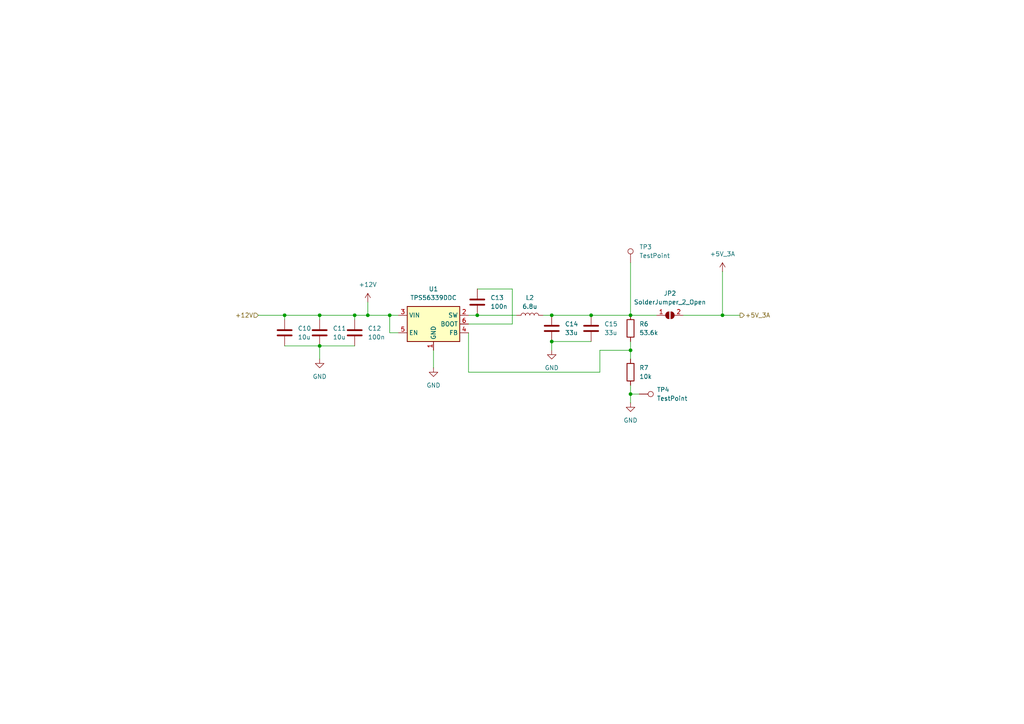
<source format=kicad_sch>
(kicad_sch (version 20231120) (generator "eeschema") (generator_version "8.0")
  (paper "A4")
  (lib_symbols
    (symbol "+12V_1" (power) (pin_numbers hide) (pin_names (offset 0) hide)
      (property "Value" "+12V" (at 0 3.556 0))
      (symbol "+12V_1_0_1"
        (polyline (pts (xy -0.762 1.27) (xy 0 2.54)))
        (polyline (pts (xy 0 0) (xy 0 2.54)))
        (polyline (pts (xy 0 2.54) (xy 0.762 1.27)))
      )
      (symbol "+12V_1_1_1"
        (pin power_in line (at 0 0 90) (length 0) (name "~") (number "1"))
      )
    )
    (symbol "Connector:TestPoint" (pin_numbers hide) (pin_names (offset 0.762) hide)
      (property "Reference" "TP" (at 0 6.858 0))
      (property "Value" "TestPoint" (at 0 5.08 0))
      (symbol "TestPoint_0_1"
        (circle (center 0 3.302) (radius 0.762))
      )
      (symbol "TestPoint_1_1"
        (pin passive line (at 0 0 90) (length 2.54) (name "1") (number "1"))
      )
    )
    (symbol "Device:C" (pin_numbers hide) (pin_names (offset 0.254))
      (property "Reference" "C" (at 0.635 2.54 0))
      (property "Value" "C" (at 0.635 -2.54 0))
      (symbol "C_0_1"
        (polyline (pts (xy -2.032 -0.762) (xy 2.032 -0.762)) (stroke (width 0.508)))
        (polyline (pts (xy -2.032 0.762) (xy 2.032 0.762)) (stroke (width 0.508)))
      )
      (symbol "C_1_1"
        (pin passive line (at 0 3.81 270) (length 2.794) (name "~") (number "1"))
        (pin passive line (at 0 -3.81 90) (length 2.794) (name "~") (number "2"))
      )
    )
    (symbol "Device:L" (pin_numbers hide) (pin_names (offset 1.016) hide)
      (property "Reference" "L" (at -1.27 0 90))
      (property "Value" "L" (at 1.905 0 90))
      (symbol "L_0_1"
        (arc (start 0 -2.54) (mid 0.6323 -1.905) (end 0 -1.27))
        (arc (start 0 -1.27) (mid 0.6323 -0.635) (end 0 0))
        (arc (start 0 0) (mid 0.6323 0.635) (end 0 1.27))
        (arc (start 0 1.27) (mid 0.6323 1.905) (end 0 2.54))
      )
      (symbol "L_1_1"
        (pin passive line (at 0 3.81 270) (length 1.27) (name "1") (number "1"))
        (pin passive line (at 0 -3.81 90) (length 1.27) (name "2") (number "2"))
      )
    )
    (symbol "Device:R" (pin_numbers hide) (pin_names (offset 0))
      (property "Reference" "R" (at 2.032 0 90))
      (property "Value" "R" (at 0 0 90))
      (symbol "R_0_1"
        (rectangle (start -1.016 -2.54) (end 1.016 2.54) (stroke (width 0.254)))
      )
      (symbol "R_1_1"
        (pin passive line (at 0 3.81 270) (length 1.27) (name "~") (number "1"))
        (pin passive line (at 0 -3.81 90) (length 1.27) (name "~") (number "2"))
      )
    )
    (symbol "GND_1" (power) (pin_numbers hide) (pin_names (offset 0) hide)
      (property "Value" "GND" (at 0 -3.81 0))
      (symbol "GND_1_0_1"
        (polyline (pts (xy 0 0) (xy 0 -1.27) (xy 1.27 -1.27) (xy 0 -2.54) (xy -1.27 -1.27) (xy 0 -1.27)))
      )
      (symbol "GND_1_1_1"
        (pin power_in line (at 0 0 270) (length 0) (name "~") (number "1"))
      )
    )
    (symbol "GND_3" (power) (pin_numbers hide) (pin_names (offset 0) hide)
      (property "Value" "GND" (at 0 -3.81 0))
      (symbol "GND_3_0_1"
        (polyline (pts (xy 0 0) (xy 0 -1.27) (xy 1.27 -1.27) (xy 0 -2.54) (xy -1.27 -1.27) (xy 0 -1.27)))
      )
      (symbol "GND_3_1_1"
        (pin power_in line (at 0 0 270) (length 0) (name "~") (number "1"))
      )
    )
    (symbol "Jumper:SolderJumper_2_Open" (pin_names (offset 0) hide)
      (property "Reference" "JP" (at 0 2.032 0))
      (property "Value" "SolderJumper_2_Open" (at 0 -2.54 0))
      (symbol "SolderJumper_2_Open_0_1"
        (arc (start -0.254 1.016) (mid -1.2656 0) (end -0.254 -1.016))
        (arc (start -0.254 1.016) (mid -1.2656 0) (end -0.254 -1.016) (fill (type outline)))
        (polyline (pts (xy -0.254 1.016) (xy -0.254 -1.016)))
        (polyline (pts (xy 0.254 1.016) (xy 0.254 -1.016)))
        (arc (start 0.254 -1.016) (mid 1.2656 0) (end 0.254 1.016))
        (arc (start 0.254 -1.016) (mid 1.2656 0) (end 0.254 1.016) (fill (type outline)))
      )
      (symbol "SolderJumper_2_Open_1_1"
        (pin passive line (at -3.81 0 0) (length 2.54) (name "A") (number "1"))
        (pin passive line (at 3.81 0 180) (length 2.54) (name "B") (number "2"))
      )
    )
    (symbol "Regulator_Switching:TPS56339DDC"
      (property "Reference" "U" (at -7.62 6.35 0))
      (property "Value" "TPS56339DDC" (at -2.54 6.35 0))
      (symbol "TPS56339DDC_0_1"
        (rectangle (start -7.62 5.08) (end 7.62 -5.08) (stroke (width 0.254)) (fill (type background)))
      )
      (symbol "TPS56339DDC_1_1"
        (pin power_in line (at 0 -7.62 90) (length 2.54) (name "GND") (number "1"))
        (pin power_out line (at 10.16 2.54 180) (length 2.54) (name "SW") (number "2"))
        (pin power_in line (at -10.16 2.54 0) (length 2.54) (name "VIN") (number "3"))
        (pin input line (at 10.16 -2.54 180) (length 2.54) (name "FB") (number "4"))
        (pin input line (at -10.16 -2.54 0) (length 2.54) (name "EN") (number "5"))
        (pin passive line (at 10.16 0 180) (length 2.54) (name "BOOT") (number "6"))
      )
    )
    (symbol "power:+5V" (power) (pin_numbers hide) (pin_names (offset 0) hide)
      (property "Value" "+5V" (at 0 3.556 0))
      (symbol "+5V_0_1"
        (polyline (pts (xy -0.762 1.27) (xy 0 2.54)))
        (polyline (pts (xy 0 0) (xy 0 2.54)))
        (polyline (pts (xy 0 2.54) (xy 0.762 1.27)))
      )
      (symbol "+5V_1_1"
        (pin power_in line (at 0 0 90) (length 0) (name "~") (number "1"))
      )
    )
  )
  (junction (at 82.55 91.44))
  (junction (at 209.55 91.44))
  (junction (at 102.87 91.44))
  (junction (at 160.02 99.06))
  (junction (at 182.88 114.3))
  (junction (at 138.43 91.44))
  (junction (at 182.88 101.6))
  (junction (at 171.45 91.44))
  (junction (at 113.03 91.44))
  (junction (at 106.68 91.44))
  (junction (at 182.88 91.44))
  (junction (at 92.71 91.44))
  (junction (at 92.71 100.33))
  (junction (at 160.02 91.44))
  (wire (pts (xy 106.68 91.44) (xy 113.03 91.44)))
  (wire (pts (xy 135.89 91.44) (xy 138.43 91.44)))
  (wire (pts (xy 113.03 91.44) (xy 115.57 91.44)))
  (wire (pts (xy 92.71 91.44) (xy 92.71 92.71)))
  (wire (pts (xy 182.88 111.76) (xy 182.88 114.3)))
  (wire (pts (xy 173.99 107.95) (xy 173.99 101.6)))
  (wire (pts (xy 113.03 96.52) (xy 115.57 96.52)))
  (wire (pts (xy 82.55 91.44) (xy 82.55 92.71)))
  (wire (pts (xy 160.02 99.06) (xy 171.45 99.06)))
  (wire (pts (xy 160.02 91.44) (xy 171.45 91.44)))
  (wire (pts (xy 209.55 91.44) (xy 209.55 78.74)))
  (wire (pts (xy 173.99 101.6) (xy 182.88 101.6)))
  (wire (pts (xy 92.71 91.44) (xy 102.87 91.44)))
  (wire (pts (xy 135.89 107.95) (xy 173.99 107.95)))
  (wire (pts (xy 125.73 101.6) (xy 125.73 106.68)))
  (wire (pts (xy 209.55 91.44) (xy 214.63 91.44)))
  (wire (pts (xy 92.71 91.44) (xy 82.55 91.44)))
  (wire (pts (xy 182.88 101.6) (xy 182.88 104.14)))
  (wire (pts (xy 160.02 99.06) (xy 160.02 101.6)))
  (wire (pts (xy 182.88 76.2) (xy 182.88 91.44)))
  (wire (pts (xy 92.71 100.33) (xy 92.71 104.14)))
  (wire (pts (xy 135.89 96.52) (xy 135.89 107.95)))
  (wire (pts (xy 182.88 99.06) (xy 182.88 101.6)))
  (wire (pts (xy 157.48 91.44) (xy 160.02 91.44)))
  (wire (pts (xy 182.88 114.3) (xy 182.88 116.84)))
  (wire (pts (xy 182.88 114.3) (xy 185.42 114.3)))
  (wire (pts (xy 92.71 100.33) (xy 102.87 100.33)))
  (wire (pts (xy 135.89 93.98) (xy 148.59 93.98)))
  (wire (pts (xy 190.5 91.44) (xy 182.88 91.44)))
  (wire (pts (xy 171.45 91.44) (xy 182.88 91.44)))
  (wire (pts (xy 198.12 91.44) (xy 209.55 91.44)))
  (wire (pts (xy 102.87 91.44) (xy 106.68 91.44)))
  (wire (pts (xy 106.68 87.63) (xy 106.68 91.44)))
  (wire (pts (xy 113.03 91.44) (xy 113.03 96.52)))
  (wire (pts (xy 138.43 91.44) (xy 149.86 91.44)))
  (wire (pts (xy 102.87 91.44) (xy 102.87 92.71)))
  (wire (pts (xy 148.59 83.82) (xy 138.43 83.82)))
  (wire (pts (xy 74.93 91.44) (xy 82.55 91.44)))
  (wire (pts (xy 148.59 93.98) (xy 148.59 83.82)))
  (wire (pts (xy 82.55 100.33) (xy 92.71 100.33)))
  (hierarchical_label "+12V" (shape input) (at 74.93 91.44 180))
  (hierarchical_label "+5V_3A" (shape output) (at 214.63 91.44 0))
  (symbol (lib_id "Device:C") (at 160.02 95.25 0) (unit 1)
    (property "Reference" "C14" (at 163.83 93.9799 0) (effects (justify left)))
    (property "Value" "33u" (at 163.83 96.5199 0) (effects (justify left)))
    (property "Footprint" "Capacitor_SMD:C_1206_3216Metric_Pad1.33x1.80mm_HandSolder" (effects (hide yes)))
    (property "Description" "Unpolarized capacitor" (effects (hide yes)))
  )
  (symbol (lib_name "GND_3") (lib_id "power:GND") (at 182.88 116.84 0) (unit 1)
    (property "Reference" "#PWR039" (effects (hide yes)))
    (property "Value" "GND" (at 182.88 121.92 0))
    (property "Description" "Power symbol creates a global label with name \"GND\" , ground" (effects (hide yes)))
  )
  (symbol (lib_id "Device:C") (at 102.87 96.52 0) (unit 1)
    (property "Reference" "C12" (at 106.68 95.2499 0) (effects (justify left)))
    (property "Value" "100n" (at 106.68 97.7899 0) (effects (justify left)))
    (property "Footprint" "Capacitor_SMD:C_1206_3216Metric_Pad1.33x1.80mm_HandSolder" (effects (hide yes)))
    (property "Description" "Unpolarized capacitor" (effects (hide yes)))
  )
  (symbol (lib_name "+12V_1") (lib_id "power:+12V") (at 106.68 87.63 0) (unit 1)
    (property "Reference" "#PWR035" (effects (hide yes)))
    (property "Value" "+12V" (at 106.68 82.55 0))
    (property "Description" "Power symbol creates a global label with name \"+12V\"" (effects (hide yes)))
  )
  (symbol (lib_id "Device:R") (at 182.88 95.25 0) (unit 1)
    (property "Reference" "R6" (at 185.42 93.9799 0) (effects (justify left)))
    (property "Value" "53.6k" (at 185.42 96.5199 0) (effects (justify left)))
    (property "Footprint" "Resistor_THT:R_Axial_DIN0207_L6.3mm_D2.5mm_P7.62mm_Horizontal" (effects (hide yes)))
    (property "Description" "Resistor" (effects (hide yes)))
  )
  (symbol (lib_id "Device:C") (at 138.43 87.63 0) (unit 1)
    (property "Reference" "C13" (at 142.24 86.3599 0) (effects (justify left)))
    (property "Value" "100n" (at 142.24 88.8999 0) (effects (justify left)))
    (property "Footprint" "Capacitor_SMD:C_1206_3216Metric_Pad1.33x1.80mm_HandSolder" (effects (hide yes)))
    (property "Description" "Unpolarized capacitor" (effects (hide yes)))
  )
  (symbol (lib_id "Connector:TestPoint") (at 182.88 76.2 0) (unit 1)
    (property "Reference" "TP3" (at 185.42 71.6279 0) (effects (justify left)))
    (property "Value" "TestPoint" (at 185.42 74.1679 0) (effects (justify left)))
    (property "Footprint" "Connector_PinHeader_2.54mm:PinHeader_1x01_P2.54mm_Vertical" (effects (hide yes)))
    (property "Description" "test point" (effects (hide yes)))
  )
  (symbol (lib_id "Jumper:SolderJumper_2_Open") (at 194.31 91.44 0) (unit 1)
    (property "Reference" "JP2" (at 194.31 85.09 0))
    (property "Value" "SolderJumper_2_Open" (at 194.31 87.63 0))
    (property "Footprint" "Jumper:SolderJumper-2_P1.3mm_Open_TrianglePad1.0x1.5mm" (effects (hide yes)))
    (property "Description" "Solder Jumper, 2-pole, open" (effects (hide yes)))
  )
  (symbol (lib_id "Device:C") (at 82.55 96.52 0) (unit 1)
    (property "Reference" "C10" (at 86.36 95.2499 0) (effects (justify left)))
    (property "Value" "10u" (at 86.36 97.7899 0) (effects (justify left)))
    (property "Footprint" "Capacitor_SMD:C_1206_3216Metric_Pad1.33x1.80mm_HandSolder" (effects (hide yes)))
    (property "Description" "Unpolarized capacitor" (effects (hide yes)))
  )
  (symbol (lib_id "power:+5V") (at 209.55 78.74 0) (unit 1)
    (property "Reference" "#PWR045" (effects (hide yes)))
    (property "Value" "+5V_3A" (at 209.55 73.66 0))
    (property "Description" "Power symbol creates a global label with name \"+5V\"" (effects (hide yes)))
  )
  (symbol (lib_name "GND_1") (lib_id "power:GND") (at 92.71 104.14 0) (unit 1)
    (property "Reference" "#PWR05" (effects (hide yes)))
    (property "Value" "GND" (at 92.71 109.22 0))
    (property "Description" "Power symbol creates a global label with name \"GND\" , ground" (effects (hide yes)))
  )
  (symbol (lib_id "Device:C") (at 171.45 95.25 0) (unit 1)
    (property "Reference" "C15" (at 175.26 93.9799 0) (effects (justify left)))
    (property "Value" "33u" (at 175.26 96.5199 0) (effects (justify left)))
    (property "Footprint" "Capacitor_SMD:C_1206_3216Metric_Pad1.33x1.80mm_HandSolder" (effects (hide yes)))
    (property "Description" "Unpolarized capacitor" (effects (hide yes)))
  )
  (symbol (lib_id "Device:L") (at 153.67 91.44 90) (unit 1)
    (property "Reference" "L2" (at 153.67 86.36 90))
    (property "Value" "6.8u" (at 153.67 88.9 90))
    (property "Footprint" "Inductor_SMD:L_1008_2520Metric" (effects (hide yes)))
    (property "Description" "Inductor" (effects (hide yes)))
  )
  (symbol (lib_id "Device:C") (at 92.71 96.52 0) (unit 1)
    (property "Reference" "C11" (at 96.52 95.2499 0) (effects (justify left)))
    (property "Value" "10u" (at 96.52 97.7899 0) (effects (justify left)))
    (property "Footprint" "Capacitor_SMD:C_1206_3216Metric_Pad1.33x1.80mm_HandSolder" (effects (hide yes)))
    (property "Description" "Unpolarized capacitor" (effects (hide yes)))
  )
  (symbol (lib_name "GND_3") (lib_id "power:GND") (at 160.02 101.6 0) (unit 1)
    (property "Reference" "#PWR037" (effects (hide yes)))
    (property "Value" "GND" (at 160.02 106.68 0))
    (property "Description" "Power symbol creates a global label with name \"GND\" , ground" (effects (hide yes)))
  )
  (symbol (lib_id "Device:R") (at 182.88 107.95 0) (unit 1)
    (property "Reference" "R7" (at 185.42 106.6799 0) (effects (justify left)))
    (property "Value" "10k" (at 185.42 109.2199 0) (effects (justify left)))
    (property "Footprint" "Resistor_THT:R_Axial_DIN0207_L6.3mm_D2.5mm_P7.62mm_Horizontal" (effects (hide yes)))
    (property "Description" "Resistor" (effects (hide yes)))
  )
  (symbol (lib_id "Connector:TestPoint") (at 185.42 114.3 270) (unit 1)
    (property "Reference" "TP4" (at 190.5 113.0299 90) (effects (justify left)))
    (property "Value" "TestPoint" (at 190.5 115.5699 90) (effects (justify left)))
    (property "Footprint" "Connector_PinHeader_2.54mm:PinHeader_1x01_P2.54mm_Vertical" (effects (hide yes)))
    (property "Description" "test point" (effects (hide yes)))
  )
  (symbol (lib_name "GND_3") (lib_id "power:GND") (at 125.73 106.68 0) (unit 1)
    (property "Reference" "#PWR036" (effects (hide yes)))
    (property "Value" "GND" (at 125.73 111.76 0))
    (property "Description" "Power symbol creates a global label with name \"GND\" , ground" (effects (hide yes)))
  )
  (symbol (lib_id "Regulator_Switching:TPS56339DDC") (at 125.73 93.98 0) (unit 1)
    (property "Reference" "U1" (at 125.73 83.82 0))
    (property "Value" "TPS56339DDC" (at 125.73 86.36 0))
    (property "Footprint" "Package_TO_SOT_SMD:SOT-23-6" (effects (hide yes)))
    (property "Datasheet" "https://www.ti.com/lit/ds/symlink/tps56339.pdf" (effects (hide yes)))
    (property "Description" "4.5V to 24V Input, 3-A Output Synchronous Buck Converter, SOT-23-6" (effects (hide yes)))
  )
)
</source>
